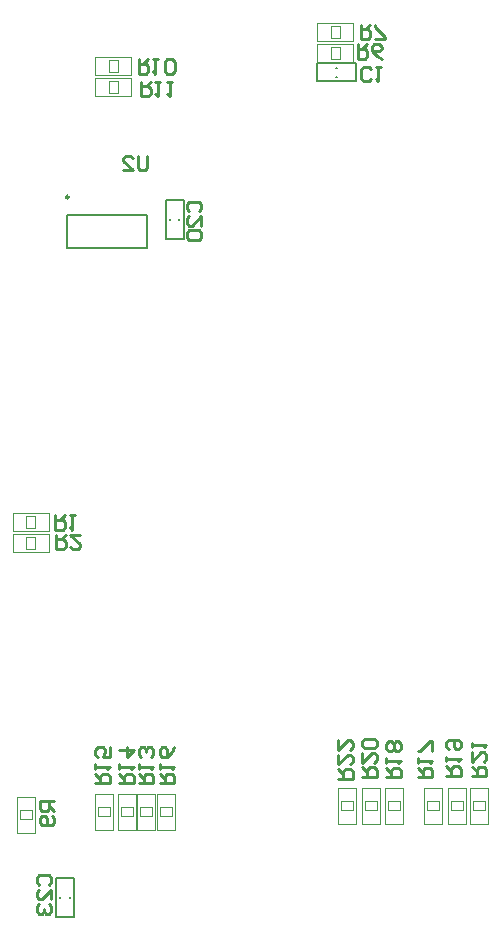
<source format=gbo>
G04*
G04 #@! TF.GenerationSoftware,Altium Limited,Altium Designer,20.1.12 (249)*
G04*
G04 Layer_Color=32896*
%FSTAX24Y24*%
%MOIN*%
G70*
G04*
G04 #@! TF.SameCoordinates,A4519483-63F0-4905-8E8D-142606AE7E66*
G04*
G04*
G04 #@! TF.FilePolarity,Positive*
G04*
G01*
G75*
%ADD10C,0.0098*%
%ADD17C,0.0079*%
%ADD19C,0.0050*%
%ADD20C,0.0100*%
%ADD22C,0.0039*%
D10*
X02783Y042792D02*
G03*
X02783Y042792I-000049J0D01*
G01*
D17*
X027781Y042201D02*
X030419D01*
X027781Y041099D02*
X030419D01*
X027781D02*
Y042201D01*
X030419Y041099D02*
Y042201D01*
X031193Y04203D02*
Y04207D01*
X031507Y04203D02*
Y04207D01*
X03673Y046793D02*
X03677D01*
X03673Y047107D02*
X03677Y047107D01*
X027543Y01943D02*
Y01947D01*
X027857Y01943D02*
Y01947D01*
D19*
X03105Y0427D02*
X03165D01*
X03105Y0414D02*
X03165D01*
Y0427D01*
X03105Y0414D02*
Y0427D01*
X0361Y04665D02*
Y04725D01*
X0374Y04665D02*
Y04725D01*
X0361D02*
X0374D01*
X0361Y04665D02*
X0374D01*
X0274Y0201D02*
X028D01*
X0274Y0188D02*
X028D01*
Y0201D01*
X0274Y0188D02*
Y0201D01*
D20*
X02734Y02265D02*
X02686D01*
Y02241D01*
X02694Y02233D01*
X0271D01*
X02718Y02241D01*
Y02265D01*
Y02249D02*
X02734Y02233D01*
X02726Y02217D02*
X02734Y02209D01*
Y02193D01*
X02726Y02185D01*
X02694D01*
X02686Y02193D01*
Y02209D01*
X02694Y02217D01*
X02702D01*
X0271Y02209D01*
Y02185D01*
X03044Y04416D02*
Y04376D01*
X03036Y04368D01*
X0302D01*
X03012Y04376D01*
Y04416D01*
X02964Y04368D02*
X02996D01*
X02964Y044D01*
Y04408D01*
X02972Y04416D01*
X02988D01*
X02996Y04408D01*
X03015Y04739D02*
Y04691D01*
X03039D01*
X03047Y04699D01*
Y04715D01*
X03039Y04723D01*
X03015D01*
X03031D02*
X03047Y04739D01*
X03063D02*
X03079D01*
X03071D01*
Y04691D01*
X03063Y04699D01*
X03103D02*
X03111Y04691D01*
X03127D01*
X03135Y04699D01*
Y04731D01*
X03127Y04739D01*
X03111D01*
X03103Y04731D01*
Y04699D01*
X03184Y04232D02*
X03176Y0424D01*
Y04256D01*
X03184Y04264D01*
X03216D01*
X03224Y04256D01*
Y0424D01*
X03216Y04232D01*
X03224Y04184D02*
Y04216D01*
X03192Y04184D01*
X03184D01*
X03176Y04192D01*
Y04208D01*
X03184Y04216D01*
Y04168D02*
X03176Y0416D01*
Y04144D01*
X03184Y04136D01*
X03216D01*
X03224Y04144D01*
Y0416D01*
X03216Y04168D01*
X03184D01*
X0379Y04674D02*
X03782Y04666D01*
X03766D01*
X03758Y04674D01*
Y04706D01*
X03766Y04714D01*
X03782D01*
X0379Y04706D01*
X03806Y04714D02*
X03822D01*
X03814D01*
Y04666D01*
X03806Y04674D01*
X03745Y04789D02*
Y04741D01*
X03769D01*
X03777Y04749D01*
Y04765D01*
X03769Y04773D01*
X03745D01*
X03761D02*
X03777Y04789D01*
X03825Y04741D02*
X03809Y04749D01*
X03793Y04765D01*
Y04781D01*
X03801Y04789D01*
X03817D01*
X03825Y04781D01*
Y04773D01*
X03817Y04765D01*
X03793D01*
X03755Y04854D02*
Y04806D01*
X03779D01*
X03787Y04814D01*
Y0483D01*
X03779Y04838D01*
X03755D01*
X03771D02*
X03787Y04854D01*
X03803Y04806D02*
X03835D01*
Y04814D01*
X03803Y04846D01*
Y04854D01*
X03681Y02341D02*
X03729D01*
Y02365D01*
X03721Y02373D01*
X03705D01*
X03697Y02365D01*
Y02341D01*
Y02357D02*
X03681Y02373D01*
Y02421D02*
Y02389D01*
X03713Y02421D01*
X03721D01*
X03729Y02413D01*
Y02397D01*
X03721Y02389D01*
X03681Y02469D02*
Y02437D01*
X03713Y02469D01*
X03721D01*
X03729Y02461D01*
Y02445D01*
X03721Y02437D01*
X04126Y02349D02*
X04174D01*
Y02373D01*
X04166Y02381D01*
X0415D01*
X04142Y02373D01*
Y02349D01*
Y02365D02*
X04126Y02381D01*
Y02429D02*
Y02397D01*
X04158Y02429D01*
X04166D01*
X04174Y02421D01*
Y02405D01*
X04166Y02397D01*
X04126Y02445D02*
Y02461D01*
Y02453D01*
X04174D01*
X04166Y02445D01*
X03761Y02346D02*
X03809D01*
Y0237D01*
X03801Y02378D01*
X03785D01*
X03777Y0237D01*
Y02346D01*
Y02362D02*
X03761Y02378D01*
Y02426D02*
Y02394D01*
X03793Y02426D01*
X03801D01*
X03809Y02418D01*
Y02402D01*
X03801Y02394D01*
Y02442D02*
X03809Y0245D01*
Y02466D01*
X03801Y02474D01*
X03769D01*
X03761Y02466D01*
Y0245D01*
X03769Y02442D01*
X03801D01*
X04041Y0235D02*
X04089D01*
Y02374D01*
X04081Y02382D01*
X04065D01*
X04057Y02374D01*
Y0235D01*
Y02366D02*
X04041Y02382D01*
Y02398D02*
Y02414D01*
Y02406D01*
X04089D01*
X04081Y02398D01*
X04049Y02438D02*
X04041Y02446D01*
Y02462D01*
X04049Y0247D01*
X04081D01*
X04089Y02462D01*
Y02446D01*
X04081Y02438D01*
X04073D01*
X04065Y02446D01*
Y0247D01*
X03841Y02345D02*
X03889D01*
Y02369D01*
X03881Y02377D01*
X03865D01*
X03857Y02369D01*
Y02345D01*
Y02361D02*
X03841Y02377D01*
Y02393D02*
Y02409D01*
Y02401D01*
X03889D01*
X03881Y02393D01*
Y02433D02*
X03889Y02441D01*
Y02457D01*
X03881Y02465D01*
X03873D01*
X03865Y02457D01*
X03857Y02465D01*
X03849D01*
X03841Y02457D01*
Y02441D01*
X03849Y02433D01*
X03857D01*
X03865Y02441D01*
X03873Y02433D01*
X03881D01*
X03865Y02441D02*
Y02457D01*
X03946Y02345D02*
X03994D01*
Y02369D01*
X03986Y02377D01*
X0397D01*
X03962Y02369D01*
Y02345D01*
Y02361D02*
X03946Y02377D01*
Y02393D02*
Y02409D01*
Y02401D01*
X03994D01*
X03986Y02393D01*
X03994Y02433D02*
Y02465D01*
X03986D01*
X03954Y02433D01*
X03946D01*
X03086Y02325D02*
X03134D01*
Y02349D01*
X03126Y02357D01*
X0311D01*
X03102Y02349D01*
Y02325D01*
Y02341D02*
X03086Y02357D01*
Y02373D02*
Y02389D01*
Y02381D01*
X03134D01*
X03126Y02373D01*
X03134Y02445D02*
X03126Y02429D01*
X0311Y02413D01*
X03094D01*
X03086Y02421D01*
Y02437D01*
X03094Y02445D01*
X03102D01*
X0311Y02437D01*
Y02413D01*
X02871Y02325D02*
X02919D01*
Y02349D01*
X02911Y02357D01*
X02895D01*
X02887Y02349D01*
Y02325D01*
Y02341D02*
X02871Y02357D01*
Y02373D02*
Y02389D01*
Y02381D01*
X02919D01*
X02911Y02373D01*
X02919Y02445D02*
Y02413D01*
X02895D01*
X02903Y02429D01*
Y02437D01*
X02895Y02445D01*
X02879D01*
X02871Y02437D01*
Y02421D01*
X02879Y02413D01*
X02951Y02325D02*
X02999D01*
Y02349D01*
X02991Y02357D01*
X02975D01*
X02967Y02349D01*
Y02325D01*
Y02341D02*
X02951Y02357D01*
Y02373D02*
Y02389D01*
Y02381D01*
X02999D01*
X02991Y02373D01*
X02951Y02437D02*
X02999D01*
X02975Y02413D01*
Y02445D01*
X03016Y02325D02*
X03064D01*
Y02349D01*
X03056Y02357D01*
X0304D01*
X03032Y02349D01*
Y02325D01*
Y02341D02*
X03016Y02357D01*
Y02373D02*
Y02389D01*
Y02381D01*
X03064D01*
X03056Y02373D01*
Y02413D02*
X03064Y02421D01*
Y02437D01*
X03056Y02445D01*
X03048D01*
X0304Y02437D01*
Y02429D01*
Y02437D01*
X03032Y02445D01*
X03024D01*
X03016Y02437D01*
Y02421D01*
X03024Y02413D01*
X03023Y04664D02*
Y04616D01*
X03047D01*
X03055Y04624D01*
Y0464D01*
X03047Y04648D01*
X03023D01*
X03039D02*
X03055Y04664D01*
X03071D02*
X03087D01*
X03079D01*
Y04616D01*
X03071Y04624D01*
X03111Y04664D02*
X03127D01*
X03119D01*
Y04616D01*
X03111Y04624D01*
X0274Y03154D02*
Y03106D01*
X02764D01*
X02772Y03114D01*
Y0313D01*
X02764Y03138D01*
X0274D01*
X02756D02*
X02772Y03154D01*
X0282D02*
X02788D01*
X0282Y03122D01*
Y03114D01*
X02812Y03106D01*
X02796D01*
X02788Y03114D01*
X02738Y03219D02*
Y03171D01*
X02762D01*
X0277Y03179D01*
Y03195D01*
X02762Y03203D01*
X02738D01*
X02754D02*
X0277Y03219D01*
X02786D02*
X02802D01*
X02794D01*
Y03171D01*
X02786Y03179D01*
X02684Y01987D02*
X02676Y01995D01*
Y02011D01*
X02684Y02019D01*
X02716D01*
X02724Y02011D01*
Y01995D01*
X02716Y01987D01*
X02724Y01939D02*
Y01971D01*
X02692Y01939D01*
X02684D01*
X02676Y01947D01*
Y01963D01*
X02684Y01971D01*
Y01923D02*
X02676Y01915D01*
Y01899D01*
X02684Y01891D01*
X02692D01*
X027Y01899D01*
Y01907D01*
Y01899D01*
X02708Y01891D01*
X02716D01*
X02724Y01899D01*
Y01915D01*
X02716Y01923D01*
D22*
X0262Y02205D02*
Y02235D01*
Y02205D02*
X0266D01*
Y02235D01*
X0262D02*
X0266D01*
X0261Y0216D02*
Y0228D01*
Y0216D02*
X0267D01*
Y022D01*
Y0228D01*
X0261D02*
X0267D01*
X02915Y04695D02*
X02945D01*
Y04735D01*
X02915D02*
X02945D01*
X02915Y04695D02*
Y04735D01*
X0287Y04685D02*
X0299D01*
Y04745D01*
X0295D02*
X0299D01*
X0287D02*
X0295D01*
X0287Y04685D02*
Y04745D01*
X03655Y0474D02*
X03685D01*
Y0478D01*
X03655D02*
X03685D01*
X03655Y0474D02*
Y0478D01*
X0361Y0473D02*
X0373D01*
Y0479D01*
X0369D02*
X0373D01*
X0361D02*
X0369D01*
X0361Y0473D02*
Y0479D01*
X03655Y0485D02*
X03685D01*
X03655Y0481D02*
Y0485D01*
Y0481D02*
X03685D01*
Y0485D01*
X0361Y0486D02*
X0373D01*
X0361Y048D02*
Y0486D01*
Y048D02*
X0365D01*
X0373D01*
Y0486D01*
X0299Y04615D02*
Y04675D01*
X0291Y04615D02*
X0299D01*
X0287D02*
X0291D01*
X0287D02*
Y04675D01*
X0299D01*
X02945Y04625D02*
Y04665D01*
X02915Y04625D02*
X02945D01*
X02915D02*
Y04665D01*
X02945D01*
X0287Y0229D02*
X0293D01*
Y0221D02*
Y0229D01*
Y0217D02*
Y0221D01*
X0287Y0217D02*
X0293D01*
X0287D02*
Y0229D01*
X0288Y02245D02*
X0292D01*
Y02215D02*
Y02245D01*
X0288Y02215D02*
X0292D01*
X0288D02*
Y02245D01*
X0412Y0219D02*
X0418D01*
X0412D02*
Y0227D01*
Y0231D01*
X0418D01*
Y0219D02*
Y0231D01*
X0413Y02235D02*
X0417D01*
X0413D02*
Y02265D01*
X0417D01*
Y02235D02*
Y02265D01*
X0368Y0231D02*
X0374D01*
Y0223D02*
Y0231D01*
Y0219D02*
Y0223D01*
X0368Y0219D02*
X0374D01*
X0368D02*
Y0231D01*
X0369Y02265D02*
X0373D01*
Y02235D02*
Y02265D01*
X0369Y02235D02*
X0373D01*
X0369D02*
Y02265D01*
X0376Y0231D02*
X0382D01*
Y0223D02*
Y0231D01*
Y0219D02*
Y0223D01*
X0376Y0219D02*
X0382D01*
X0376D02*
Y0231D01*
X0377Y02265D02*
X0381D01*
Y02235D02*
Y02265D01*
X0377Y02235D02*
X0381D01*
X0377D02*
Y02265D01*
X03835Y0231D02*
X03895D01*
Y0223D02*
Y0231D01*
Y0219D02*
Y0223D01*
X03835Y0219D02*
X03895D01*
X03835D02*
Y0231D01*
X03845Y02265D02*
X03885D01*
Y02235D02*
Y02265D01*
X03845Y02235D02*
X03885D01*
X03845D02*
Y02265D01*
X04045Y0219D02*
X04105D01*
X04045D02*
Y0227D01*
Y0231D01*
X04105D01*
Y0219D02*
Y0231D01*
X04055Y02235D02*
X04095D01*
X04055D02*
Y02265D01*
X04095D01*
Y02235D02*
Y02265D01*
X03965Y0219D02*
X04025D01*
X03965D02*
Y0227D01*
Y0231D01*
X04025D01*
Y0219D02*
Y0231D01*
X03975Y02235D02*
X04015D01*
X03975D02*
Y02265D01*
X04015D01*
Y02235D02*
Y02265D01*
X03075Y0217D02*
X03135D01*
X03075D02*
Y0225D01*
Y0229D01*
X03135D01*
Y0217D02*
Y0229D01*
X03085Y02215D02*
X03125D01*
X03085D02*
Y02245D01*
X03125D01*
Y02215D02*
Y02245D01*
X0301Y0229D02*
X0307D01*
Y0221D02*
Y0229D01*
Y0217D02*
Y0221D01*
X0301Y0217D02*
X0307D01*
X0301D02*
Y0229D01*
X0302Y02245D02*
X0306D01*
Y02215D02*
Y02245D01*
X0302Y02215D02*
X0306D01*
X0302D02*
Y02245D01*
X02945Y0229D02*
X03005D01*
Y0221D02*
Y0229D01*
Y0217D02*
Y0221D01*
X02945Y0217D02*
X03005D01*
X02945D02*
Y0229D01*
X02955Y02245D02*
X02995D01*
Y02215D02*
Y02245D01*
X02955Y02215D02*
X02995D01*
X02955D02*
Y02245D01*
X02595Y03095D02*
Y03155D01*
X02675D01*
X02715D01*
Y03095D02*
Y03155D01*
X02595Y03095D02*
X02715D01*
X0264Y03105D02*
Y03145D01*
X0267D01*
Y03105D02*
Y03145D01*
X0264Y03105D02*
X0267D01*
X02595Y03165D02*
Y03225D01*
X02675D01*
X02715D01*
Y03165D02*
Y03225D01*
X02595Y03165D02*
X02715D01*
X0264Y03175D02*
Y03215D01*
X0267D01*
Y03175D02*
Y03215D01*
X0264Y03175D02*
X0267D01*
M02*

</source>
